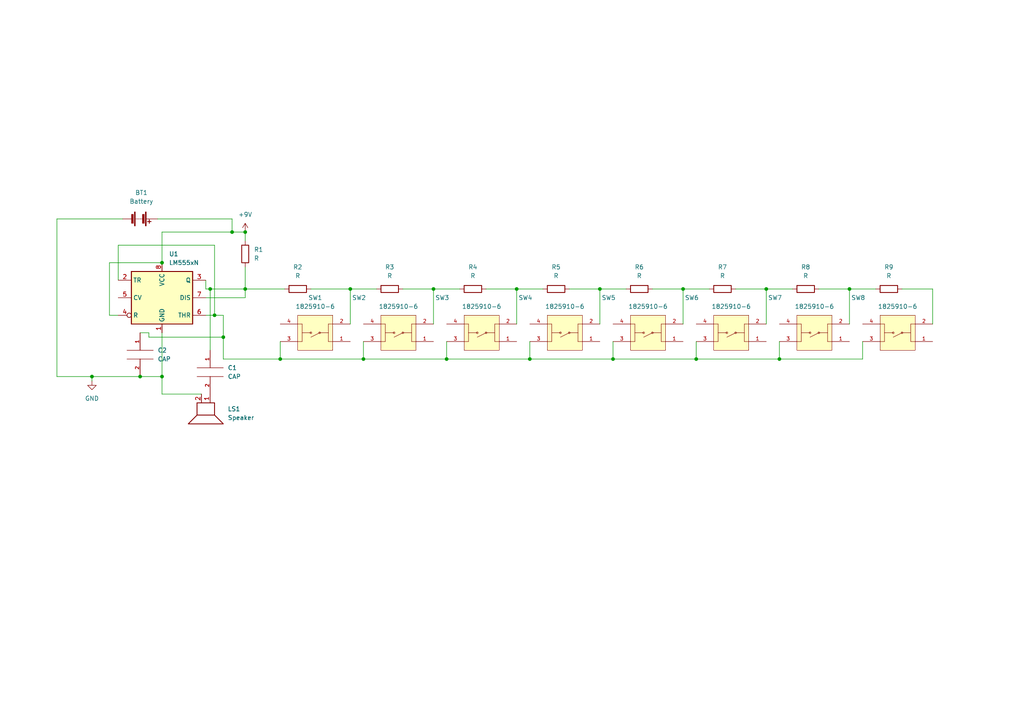
<source format=kicad_sch>
(kicad_sch (version 20211123) (generator eeschema)
  (paper "A4")
  (lib_symbols
    (symbol "1825910-6:1825910-6" (pin_names (offset 1.016) hide)
      (property "Reference" "SW" (at -5.08 5.842 0))
      (property "Value" "1825910-6" (at -5.08 -7.62 0))
      (symbol "1825910-6_0_0"
        (rectangle (start -5.08 -5.08) (end 5.08 5.08) (stroke (width 0.127)) (fill (type background)))
        (circle (center -1.27 0) (radius 0.254) (stroke (width 0.127)))
        (polyline (pts (xy -5.08 2.54) (xy -3.81 2.54)) (stroke (width 0.127)))
        (polyline (pts (xy -3.81 -2.54) (xy -5.08 -2.54)) (stroke (width 0.127)))
        (polyline (pts (xy -3.81 0) (xy -3.81 -2.54)) (stroke (width 0.127)))
        (polyline (pts (xy -3.81 0) (xy -1.27 0)) (stroke (width 0.127)))
        (polyline (pts (xy -3.81 2.54) (xy -3.81 0)) (stroke (width 0.127)))
        (polyline (pts (xy -1.27 0) (xy 1.27 1.27)) (stroke (width 0.127)))
        (polyline (pts (xy 1.27 0) (xy 3.81 0)) (stroke (width 0.127)))
        (polyline (pts (xy 3.81 -2.54) (xy 5.08 -2.54)) (stroke (width 0.127)))
        (polyline (pts (xy 3.81 0) (xy 3.81 -2.54)) (stroke (width 0.127)))
        (polyline (pts (xy 3.81 0) (xy 3.81 2.54)) (stroke (width 0.127)))
        (polyline (pts (xy 3.81 2.54) (xy 5.08 2.54)) (stroke (width 0.127)))
        (circle (center 1.27 0) (radius 0.254) (stroke (width 0.127)))
        (pin passive line (at -10.16 2.54 0) (length 5.08) (name "~") (number "1"))
        (pin passive line (at -10.16 -2.54 0) (length 5.08) (name "~") (number "2"))
        (pin passive line (at 10.16 2.54 180) (length 5.08) (name "~") (number "3"))
        (pin passive line (at 10.16 -2.54 180) (length 5.08) (name "~") (number "4"))
      )
    )
    (symbol "Device:Battery" (pin_numbers hide) (pin_names (offset 0) hide)
      (property "Reference" "BT" (at 2.54 2.54 0))
      (property "Value" "Battery" (at 2.54 0 0))
      (symbol "Battery_0_1"
        (rectangle (start -2.032 -1.397) (end 2.032 -1.651) (fill (type outline)))
        (rectangle (start -2.032 1.778) (end 2.032 1.524) (fill (type outline)))
        (rectangle (start -1.3208 -1.9812) (end 1.27 -2.4892) (fill (type outline)))
        (rectangle (start -1.3208 1.1938) (end 1.27 0.6858) (fill (type outline)))
        (polyline (pts (xy 0 -1.524) (xy 0 -1.27)))
        (polyline (pts (xy 0 -1.016) (xy 0 -0.762)))
        (polyline (pts (xy 0 -0.508) (xy 0 -0.254)))
        (polyline (pts (xy 0 0) (xy 0 0.254)))
        (polyline (pts (xy 0 0.508) (xy 0 0.762)))
        (polyline (pts (xy 0 1.778) (xy 0 2.54)))
        (polyline (pts (xy 0.254 2.667) (xy 1.27 2.667)) (stroke (width 0.254)))
        (polyline (pts (xy 0.762 3.175) (xy 0.762 2.159)) (stroke (width 0.254)))
      )
      (symbol "Battery_1_1"
        (pin passive line (at 0 5.08 270) (length 2.54) (name "+") (number "1"))
        (pin passive line (at 0 -5.08 90) (length 2.54) (name "-") (number "2"))
      )
    )
    (symbol "Device:R" (pin_numbers hide) (pin_names (offset 0))
      (property "Reference" "R" (at 2.032 0 90))
      (property "Value" "R" (at 0 0 90))
      (symbol "R_0_1"
        (rectangle (start -1.016 -2.54) (end 1.016 2.54) (stroke (width 0.254)))
      )
      (symbol "R_1_1"
        (pin passive line (at 0 3.81 270) (length 1.27) (name "~") (number "1"))
        (pin passive line (at 0 -3.81 90) (length 1.27) (name "~") (number "2"))
      )
    )
    (symbol "Device:Speaker" (pin_names (offset 0) hide)
      (property "Reference" "LS" (at 1.27 5.715 0))
      (property "Value" "Speaker" (at 1.27 3.81 0))
      (symbol "Speaker_0_0"
        (rectangle (start -2.54 1.27) (end 1.016 -3.81) (stroke (width 0.254)))
        (polyline (pts (xy 1.016 1.27) (xy 3.556 3.81) (xy 3.556 -6.35) (xy 1.016 -3.81)) (stroke (width 0.254)))
      )
      (symbol "Speaker_1_1"
        (pin input line (at -5.08 0 0) (length 2.54) (name "1") (number "1"))
        (pin input line (at -5.08 -2.54 0) (length 2.54) (name "2") (number "2"))
      )
    )
    (symbol "Timer:LM555xN"
      (property "Reference" "U" (at -10.16 8.89 0))
      (property "Value" "LM555xN" (at 2.54 8.89 0))
      (symbol "LM555xN_0_0"
        (pin power_in line (at 0 -10.16 90) (length 2.54) (name "GND") (number "1"))
        (pin power_in line (at 0 10.16 270) (length 2.54) (name "VCC") (number "8"))
      )
      (symbol "LM555xN_0_1"
        (rectangle (start -8.89 -7.62) (end 8.89 7.62) (stroke (width 0.254)) (fill (type background)))
        (rectangle (start -8.89 -7.62) (end 8.89 7.62) (stroke (width 0.254)) (fill (type background)))
      )
      (symbol "LM555xN_1_1"
        (pin input line (at -12.7 5.08 0) (length 3.81) (name "TR") (number "2"))
        (pin output line (at 12.7 5.08 180) (length 3.81) (name "Q") (number "3"))
        (pin input inverted (at -12.7 -5.08 0) (length 3.81) (name "R") (number "4"))
        (pin input line (at -12.7 0 0) (length 3.81) (name "CV") (number "5"))
        (pin input line (at 12.7 -5.08 180) (length 3.81) (name "THR") (number "6"))
        (pin input line (at 12.7 0 180) (length 3.81) (name "DIS") (number "7"))
      )
    )
    (symbol "power:+9V" (power) (pin_names (offset 0))
      (property "Value" "+9V" (at 0 3.556 0))
      (symbol "+9V_0_1"
        (polyline (pts (xy -0.762 1.27) (xy 0 2.54)))
        (polyline (pts (xy 0 0) (xy 0 2.54)))
        (polyline (pts (xy 0 2.54) (xy 0.762 1.27)))
      )
      (symbol "+9V_1_1"
        (pin power_in line (at 0 0 90) (length 0) hide (name "+9V") (number "1"))
      )
    )
    (symbol "power:GND" (power) (pin_names (offset 0))
      (property "Value" "GND" (at 0 -3.81 0))
      (symbol "GND_0_1"
        (polyline (pts (xy 0 0) (xy 0 -1.27) (xy 1.27 -1.27) (xy 0 -2.54) (xy -1.27 -1.27) (xy 0 -1.27)))
      )
      (symbol "GND_1_1"
        (pin power_in line (at 0 0 270) (length 0) hide (name "GND") (number "1"))
      )
    )
    (symbol "pspice:CAP" (pin_names (offset 0.254))
      (property "Reference" "C" (at 2.54 3.81 90))
      (property "Value" "CAP" (at 2.54 -3.81 90))
      (symbol "CAP_0_1"
        (polyline (pts (xy -3.81 -1.27) (xy 3.81 -1.27)))
        (polyline (pts (xy -3.81 1.27) (xy 3.81 1.27)))
      )
      (symbol "CAP_1_1"
        (pin passive line (at 0 6.35 270) (length 5.08) (name "~") (number "1"))
        (pin passive line (at 0 -6.35 90) (length 5.08) (name "~") (number "2"))
      )
    )
  )
  (junction (at 198.12 83.82))
  (junction (at 246.38 83.82))
  (junction (at 46.99 76.2))
  (junction (at 177.8 104.14))
  (junction (at 173.99 83.82))
  (junction (at 71.12 67.31))
  (junction (at 67.31 67.31))
  (junction (at 149.86 83.82))
  (junction (at 64.77 97.79))
  (junction (at 125.73 83.82))
  (junction (at 40.64 109.22))
  (junction (at 101.6 83.82))
  (junction (at 81.28 104.14))
  (junction (at 46.99 109.22))
  (junction (at 105.41 104.14))
  (junction (at 222.25 83.82))
  (junction (at 201.93 104.14))
  (junction (at 60.96 83.82))
  (junction (at 226.06 104.14))
  (junction (at 129.54 104.14))
  (junction (at 71.12 83.82))
  (junction (at 62.23 91.44))
  (junction (at 153.67 104.14))
  (junction (at 26.67 109.22))
  (wire (pts (xy 201.93 104.14) (xy 226.06 104.14)))
  (wire (pts (xy 62.23 71.12) (xy 34.29 71.12)))
  (wire (pts (xy 46.99 67.31) (xy 67.31 67.31)))
  (wire (pts (xy 153.67 104.14) (xy 153.67 99.06)))
  (wire (pts (xy 149.86 93.98) (xy 149.86 83.82)))
  (wire (pts (xy 46.99 76.2) (xy 31.75 76.2)))
  (wire (pts (xy 67.31 63.5) (xy 67.31 67.31)))
  (wire (pts (xy 201.93 104.14) (xy 201.93 99.06)))
  (wire (pts (xy 246.38 83.82) (xy 254 83.82)))
  (wire (pts (xy 64.77 97.79) (xy 64.77 104.14)))
  (wire (pts (xy 26.67 109.22) (xy 26.67 110.49)))
  (wire (pts (xy 31.75 91.44) (xy 34.29 91.44)))
  (wire (pts (xy 46.99 114.3) (xy 46.99 109.22)))
  (wire (pts (xy 64.77 91.44) (xy 64.77 97.79)))
  (wire (pts (xy 64.77 97.79) (xy 43.18 97.79)))
  (wire (pts (xy 45.72 63.5) (xy 67.31 63.5)))
  (wire (pts (xy 105.41 104.14) (xy 105.41 99.06)))
  (wire (pts (xy 90.17 83.82) (xy 101.6 83.82)))
  (wire (pts (xy 71.12 77.47) (xy 71.12 83.82)))
  (wire (pts (xy 62.23 91.44) (xy 62.23 71.12)))
  (wire (pts (xy 58.42 114.3) (xy 46.99 114.3)))
  (wire (pts (xy 26.67 109.22) (xy 40.64 109.22)))
  (wire (pts (xy 129.54 104.14) (xy 153.67 104.14)))
  (wire (pts (xy 105.41 104.14) (xy 129.54 104.14)))
  (wire (pts (xy 67.31 67.31) (xy 71.12 67.31)))
  (wire (pts (xy 101.6 83.82) (xy 109.22 83.82)))
  (wire (pts (xy 246.38 93.98) (xy 246.38 83.82)))
  (wire (pts (xy 46.99 109.22) (xy 40.64 109.22)))
  (wire (pts (xy 129.54 104.14) (xy 129.54 99.06)))
  (wire (pts (xy 222.25 83.82) (xy 229.87 83.82)))
  (wire (pts (xy 43.18 97.79) (xy 43.18 96.52)))
  (wire (pts (xy 173.99 93.98) (xy 173.99 83.82)))
  (wire (pts (xy 226.06 104.14) (xy 226.06 99.06)))
  (wire (pts (xy 16.51 109.22) (xy 26.67 109.22)))
  (wire (pts (xy 177.8 104.14) (xy 177.8 99.06)))
  (wire (pts (xy 125.73 83.82) (xy 133.35 83.82)))
  (wire (pts (xy 35.56 63.5) (xy 16.51 63.5)))
  (wire (pts (xy 31.75 76.2) (xy 31.75 91.44)))
  (wire (pts (xy 62.23 91.44) (xy 64.77 91.44)))
  (wire (pts (xy 177.8 104.14) (xy 201.93 104.14)))
  (wire (pts (xy 153.67 104.14) (xy 177.8 104.14)))
  (wire (pts (xy 60.96 83.82) (xy 71.12 83.82)))
  (wire (pts (xy 81.28 99.06) (xy 81.28 104.14)))
  (wire (pts (xy 71.12 83.82) (xy 82.55 83.82)))
  (wire (pts (xy 116.84 83.82) (xy 125.73 83.82)))
  (wire (pts (xy 101.6 83.82) (xy 101.6 93.98)))
  (wire (pts (xy 237.49 83.82) (xy 246.38 83.82)))
  (wire (pts (xy 59.69 86.36) (xy 71.12 86.36)))
  (wire (pts (xy 81.28 104.14) (xy 105.41 104.14)))
  (wire (pts (xy 140.97 83.82) (xy 149.86 83.82)))
  (wire (pts (xy 59.69 81.28) (xy 59.69 83.82)))
  (wire (pts (xy 46.99 96.52) (xy 46.99 109.22)))
  (wire (pts (xy 125.73 93.98) (xy 125.73 83.82)))
  (wire (pts (xy 270.51 93.98) (xy 270.51 83.82)))
  (wire (pts (xy 64.77 104.14) (xy 81.28 104.14)))
  (wire (pts (xy 71.12 86.36) (xy 71.12 83.82)))
  (wire (pts (xy 226.06 104.14) (xy 250.19 104.14)))
  (wire (pts (xy 71.12 67.31) (xy 71.12 69.85)))
  (wire (pts (xy 34.29 71.12) (xy 34.29 81.28)))
  (wire (pts (xy 198.12 93.98) (xy 198.12 83.82)))
  (wire (pts (xy 149.86 83.82) (xy 157.48 83.82)))
  (wire (pts (xy 270.51 83.82) (xy 261.62 83.82)))
  (wire (pts (xy 198.12 83.82) (xy 205.74 83.82)))
  (wire (pts (xy 173.99 83.82) (xy 181.61 83.82)))
  (wire (pts (xy 213.36 83.82) (xy 222.25 83.82)))
  (wire (pts (xy 59.69 91.44) (xy 62.23 91.44)))
  (wire (pts (xy 60.96 83.82) (xy 60.96 101.6)))
  (wire (pts (xy 165.1 83.82) (xy 173.99 83.82)))
  (wire (pts (xy 59.69 83.82) (xy 60.96 83.82)))
  (wire (pts (xy 250.19 99.06) (xy 250.19 104.14)))
  (wire (pts (xy 16.51 63.5) (xy 16.51 109.22)))
  (wire (pts (xy 189.23 83.82) (xy 198.12 83.82)))
  (wire (pts (xy 222.25 93.98) (xy 222.25 83.82)))
  (wire (pts (xy 46.99 76.2) (xy 46.99 67.31)))
  (wire (pts (xy 43.18 96.52) (xy 40.64 96.52)))
  (symbol (lib_id "Device:R") (at 185.42 83.82 90) (unit 1)
    (property "Reference" "R6" (at 185.42 77.47 90))
    (property "Value" "R" (at 185.42 80.01 90))
    (property "Footprint" "Resistor_THT:R_Axial_DIN0204_L3.6mm_D1.6mm_P7.62mm_Horizontal" (effects hide))
  )
  (symbol (lib_id "Device:R") (at 161.29 83.82 90) (unit 1)
    (property "Reference" "R5" (at 161.29 77.47 90))
    (property "Value" "R" (at 161.29 80.01 90))
    (property "Footprint" "Resistor_THT:R_Axial_DIN0204_L3.6mm_D1.6mm_P7.62mm_Horizontal" (effects hide))
  )
  (symbol (lib_id "Device:R") (at 137.16 83.82 90) (unit 1)
    (property "Reference" "R4" (at 137.16 77.47 90))
    (property "Value" "R" (at 137.16 80.01 90))
    (property "Footprint" "Resistor_THT:R_Axial_DIN0204_L3.6mm_D1.6mm_P7.62mm_Horizontal" (effects hide))
  )
  (symbol (lib_id "1825910-6:1825910-6") (at 260.35 96.52 180) (unit 1)
    (property "Reference" "SW8" (at 248.92 86.36 0))
    (property "Value" "1825910-6" (at 260.35 88.9 0))
    (property "Footprint" "1825910-6:SW_1825910-6-4" (effects hide))
    (property "Comment" "1825910-6" (effects hide))
  )
  (symbol (lib_id "Device:R") (at 113.03 83.82 90) (unit 1)
    (property "Reference" "R3" (at 113.03 77.47 90))
    (property "Value" "R" (at 113.03 80.01 90))
    (property "Footprint" "Resistor_THT:R_Axial_DIN0204_L3.6mm_D1.6mm_P7.62mm_Horizontal" (effects hide))
  )
  (symbol (lib_id "pspice:CAP") (at 40.64 102.87 0) (unit 1)
    (property "Reference" "C2" (at 45.72 101.5999 0) (effects (justify left)))
    (property "Value" "CAP" (at 45.72 104.1399 0) (effects (justify left)))
    (property "Footprint" "Capacitor_THT:CP_Axial_L10.0mm_D4.5mm_P15.00mm_Horizontal" (effects hide))
  )
  (symbol (lib_id "Device:R") (at 71.12 73.66 0) (unit 1)
    (property "Reference" "R1" (at 73.66 72.3899 0) (effects (justify left)))
    (property "Value" "R" (at 73.66 74.9299 0) (effects (justify left)))
    (property "Footprint" "Resistor_THT:R_Axial_DIN0204_L3.6mm_D1.6mm_P7.62mm_Horizontal" (effects hide))
  )
  (symbol (lib_id "Device:R") (at 209.55 83.82 90) (unit 1)
    (property "Reference" "R7" (at 209.55 77.47 90))
    (property "Value" "R" (at 209.55 80.01 90))
    (property "Footprint" "Resistor_THT:R_Axial_DIN0204_L3.6mm_D1.6mm_P7.62mm_Horizontal" (effects hide))
  )
  (symbol (lib_id "Device:Speaker") (at 60.96 119.38 270) (unit 1)
    (property "Reference" "LS1" (at 66.04 118.6179 90) (effects (justify left)))
    (property "Value" "Speaker" (at 66.04 121.1579 90) (effects (justify left)))
    (property "Footprint" "Buzzer_Beeper:Buzzer_15x7.5RM7.6" (effects hide))
  )
  (symbol (lib_id "Device:Battery") (at 40.64 63.5 270) (unit 1)
    (property "Reference" "BT1" (at 41.021 55.88 90))
    (property "Value" "Battery" (at 41.021 58.42 90))
    (property "Footprint" "Connector_PinSocket_2.54mm:PinSocket_1x02_P2.54mm_Vertical" (effects hide))
  )
  (symbol (lib_id "power:+9V") (at 71.12 67.31 0) (unit 1)
    (property "Reference" "#PWR0101" (effects hide))
    (property "Value" "+9V" (at 71.12 62.23 0))
  )
  (symbol (lib_id "Device:R") (at 233.68 83.82 90) (unit 1)
    (property "Reference" "R8" (at 233.68 77.47 90))
    (property "Value" "R" (at 233.68 80.01 90))
    (property "Footprint" "Resistor_THT:R_Axial_DIN0204_L3.6mm_D1.6mm_P7.62mm_Horizontal" (effects hide))
  )
  (symbol (lib_id "Device:R") (at 257.81 83.82 90) (unit 1)
    (property "Reference" "R9" (at 257.81 77.47 90))
    (property "Value" "R" (at 257.81 80.01 90))
    (property "Footprint" "Resistor_THT:R_Axial_DIN0204_L3.6mm_D1.6mm_P7.62mm_Horizontal" (effects hide))
  )
  (symbol (lib_id "1825910-6:1825910-6") (at 91.44 96.52 180) (unit 1)
    (property "Reference" "SW1" (at 91.44 86.36 0))
    (property "Value" "1825910-6" (at 91.44 88.9 0))
    (property "Footprint" "1825910-6:SW_1825910-6-4" (effects hide))
    (property "Comment" "1825910-6" (effects hide))
  )
  (symbol (lib_id "1825910-6:1825910-6") (at 236.22 96.52 180) (unit 1)
    (property "Reference" "SW7" (at 224.79 86.36 0))
    (property "Value" "1825910-6" (at 236.22 88.9 0))
    (property "Footprint" "1825910-6:SW_1825910-6-4" (effects hide))
    (property "Comment" "1825910-6" (effects hide))
  )
  (symbol (lib_id "power:GND") (at 26.67 110.49 0) (unit 1)
    (property "Reference" "#PWR0102" (effects hide))
    (property "Value" "GND" (at 26.67 115.57 0))
  )
  (symbol (lib_id "Timer:LM555xN") (at 46.99 86.36 0) (unit 1)
    (property "Reference" "U1" (at 49.0094 73.66 0) (effects (justify left)))
    (property "Value" "LM555xN" (at 49.0094 76.2 0) (effects (justify left)))
    (property "Footprint" "Package_DIP:DIP-8_W7.62mm" (effects hide))
    (property "Datasheet" "http://www.ti.com/lit/ds/symlink/lm555.pdf" (effects hide))
  )
  (symbol (lib_id "1825910-6:1825910-6") (at 212.09 96.52 180) (unit 1)
    (property "Reference" "SW6" (at 200.66 86.36 0))
    (property "Value" "1825910-6" (at 212.09 88.9 0))
    (property "Footprint" "1825910-6:SW_1825910-6-4" (effects hide))
    (property "Comment" "1825910-6" (effects hide))
  )
  (symbol (lib_id "1825910-6:1825910-6") (at 115.57 96.52 180) (unit 1)
    (property "Reference" "SW2" (at 104.14 86.36 0))
    (property "Value" "1825910-6" (at 115.57 88.9 0))
    (property "Footprint" "1825910-6:SW_1825910-6-4" (effects hide))
    (property "Comment" "1825910-6" (effects hide))
  )
  (symbol (lib_id "1825910-6:1825910-6") (at 139.7 96.52 180) (unit 1)
    (property "Reference" "SW3" (at 128.27 86.36 0))
    (property "Value" "1825910-6" (at 139.7 88.9 0))
    (property "Footprint" "1825910-6:SW_1825910-6-4" (effects hide))
    (property "Comment" "1825910-6" (effects hide))
  )
  (symbol (lib_id "1825910-6:1825910-6") (at 163.83 96.52 180) (unit 1)
    (property "Reference" "SW4" (at 152.4 86.36 0))
    (property "Value" "1825910-6" (at 163.83 88.9 0))
    (property "Footprint" "1825910-6:SW_1825910-6-4" (effects hide))
    (property "Comment" "1825910-6" (effects hide))
  )
  (symbol (lib_id "1825910-6:1825910-6") (at 187.96 96.52 180) (unit 1)
    (property "Reference" "SW5" (at 176.53 86.36 0))
    (property "Value" "1825910-6" (at 187.96 88.9 0))
    (property "Footprint" "1825910-6:SW_1825910-6-4" (effects hide))
    (property "Comment" "1825910-6" (effects hide))
  )
  (symbol (lib_id "pspice:CAP") (at 60.96 107.95 0) (unit 1)
    (property "Reference" "C1" (at 66.04 106.6799 0) (effects (justify left)))
    (property "Value" "CAP" (at 66.04 109.2199 0) (effects (justify left)))
    (property "Footprint" "Capacitor_THT:CP_Axial_L10.0mm_D4.5mm_P15.00mm_Horizontal" (effects hide))
  )
  (symbol (lib_id "Device:R") (at 86.36 83.82 90) (unit 1)
    (property "Reference" "R2" (at 86.36 77.47 90))
    (property "Value" "R" (at 86.36 80.01 90))
    (property "Footprint" "Resistor_THT:R_Axial_DIN0204_L3.6mm_D1.6mm_P7.62mm_Horizontal" (effects hide))
  )
)
</source>
